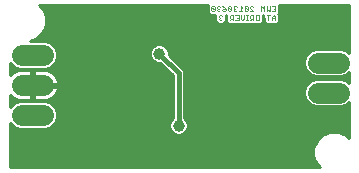
<source format=gbl>
G75*
G70*
%OFA0B0*%
%FSLAX24Y24*%
%IPPOS*%
%LPD*%
%AMOC8*
5,1,8,0,0,1.08239X$1,22.5*
%
%ADD10C,0.0040*%
%ADD11C,0.0709*%
%ADD12C,0.0050*%
%ADD13C,0.0100*%
%ADD14C,0.0396*%
%ADD15C,0.0160*%
D10*
X010349Y009468D02*
X010323Y009495D01*
X010323Y009522D01*
X010349Y009548D01*
X010376Y009548D01*
X010349Y009548D02*
X010323Y009575D01*
X010323Y009602D01*
X010349Y009628D01*
X010403Y009628D01*
X010429Y009602D01*
X010429Y009495D02*
X010403Y009468D01*
X010349Y009468D01*
X010691Y009468D02*
X010744Y009522D01*
X010718Y009522D02*
X010798Y009522D01*
X010798Y009468D02*
X010798Y009628D01*
X010718Y009628D01*
X010691Y009602D01*
X010691Y009548D01*
X010718Y009522D01*
X010875Y009468D02*
X010982Y009468D01*
X010982Y009628D01*
X010875Y009628D01*
X010928Y009548D02*
X010982Y009548D01*
X011059Y009522D02*
X011059Y009628D01*
X011059Y009522D02*
X011113Y009468D01*
X011166Y009522D01*
X011166Y009628D01*
X011235Y009628D02*
X011289Y009628D01*
X011262Y009628D02*
X011262Y009468D01*
X011289Y009468D02*
X011235Y009468D01*
X011366Y009468D02*
X011420Y009522D01*
X011393Y009522D02*
X011473Y009522D01*
X011473Y009468D02*
X011473Y009628D01*
X011393Y009628D01*
X011366Y009602D01*
X011366Y009548D01*
X011393Y009522D01*
X011550Y009495D02*
X011550Y009602D01*
X011577Y009628D01*
X011657Y009628D01*
X011657Y009468D01*
X011577Y009468D01*
X011550Y009495D01*
X011473Y009768D02*
X011366Y009768D01*
X011289Y009795D02*
X011182Y009902D01*
X011182Y009795D01*
X011209Y009768D01*
X011262Y009768D01*
X011289Y009795D01*
X011289Y009902D01*
X011262Y009928D01*
X011209Y009928D01*
X011182Y009902D01*
X011105Y009875D02*
X011051Y009928D01*
X011051Y009768D01*
X010998Y009768D02*
X011105Y009768D01*
X010920Y009795D02*
X010894Y009768D01*
X010840Y009768D01*
X010814Y009795D01*
X010814Y009822D01*
X010840Y009848D01*
X010867Y009848D01*
X010840Y009848D02*
X010814Y009875D01*
X010814Y009902D01*
X010840Y009928D01*
X010894Y009928D01*
X010920Y009902D01*
X010736Y009902D02*
X010736Y009795D01*
X010629Y009902D01*
X010629Y009795D01*
X010656Y009768D01*
X010710Y009768D01*
X010736Y009795D01*
X010736Y009902D02*
X010710Y009928D01*
X010656Y009928D01*
X010629Y009902D01*
X010552Y009848D02*
X010472Y009848D01*
X010445Y009822D01*
X010445Y009795D01*
X010472Y009768D01*
X010525Y009768D01*
X010552Y009795D01*
X010552Y009848D01*
X010499Y009902D01*
X010445Y009928D01*
X010368Y009902D02*
X010341Y009928D01*
X010288Y009928D01*
X010261Y009902D01*
X010261Y009875D01*
X010288Y009848D01*
X010261Y009822D01*
X010261Y009795D01*
X010288Y009768D01*
X010341Y009768D01*
X010368Y009795D01*
X010315Y009848D02*
X010288Y009848D01*
X010184Y009795D02*
X010077Y009902D01*
X010077Y009795D01*
X010104Y009768D01*
X010157Y009768D01*
X010184Y009795D01*
X010184Y009902D01*
X010157Y009928D01*
X010104Y009928D01*
X010077Y009902D01*
X011366Y009902D02*
X011393Y009928D01*
X011446Y009928D01*
X011473Y009902D01*
X011366Y009902D02*
X011366Y009875D01*
X011473Y009768D01*
X011734Y009768D02*
X011734Y009928D01*
X011788Y009875D01*
X011841Y009928D01*
X011841Y009768D01*
X011919Y009768D02*
X011919Y009928D01*
X012025Y009928D02*
X012025Y009768D01*
X011972Y009822D01*
X011919Y009768D01*
X012103Y009768D02*
X012210Y009768D01*
X012210Y009928D01*
X012103Y009928D01*
X012156Y009848D02*
X012210Y009848D01*
X012156Y009628D02*
X012103Y009575D01*
X012103Y009468D01*
X012103Y009548D02*
X012210Y009548D01*
X012210Y009575D02*
X012156Y009628D01*
X012210Y009575D02*
X012210Y009468D01*
X011972Y009468D02*
X011972Y009628D01*
X012025Y009628D02*
X011919Y009628D01*
D11*
X013625Y008058D02*
X014334Y008058D01*
X014334Y007058D02*
X013625Y007058D01*
X004464Y007308D02*
X003755Y007308D01*
X003755Y006308D02*
X004464Y006308D01*
X004464Y008308D02*
X003755Y008308D01*
D12*
X004965Y009348D02*
X004967Y009370D01*
X004973Y009391D01*
X004982Y009410D01*
X004994Y009428D01*
X005010Y009444D01*
X005027Y009456D01*
X005047Y009465D01*
X005068Y009471D01*
X005090Y009473D01*
X005112Y009471D01*
X005133Y009465D01*
X005152Y009456D01*
X005170Y009444D01*
X005186Y009428D01*
X005198Y009410D01*
X005207Y009391D01*
X005213Y009370D01*
X005215Y009348D01*
X005213Y009326D01*
X005207Y009305D01*
X005198Y009286D01*
X005186Y009268D01*
X005170Y009252D01*
X005153Y009240D01*
X005133Y009231D01*
X005112Y009225D01*
X005090Y009223D01*
X005068Y009225D01*
X005047Y009231D01*
X005027Y009240D01*
X005010Y009252D01*
X004994Y009268D01*
X004982Y009285D01*
X004973Y009305D01*
X004967Y009326D01*
X004965Y009348D01*
X006775Y009248D02*
X006777Y009270D01*
X006783Y009291D01*
X006792Y009310D01*
X006804Y009328D01*
X006820Y009344D01*
X006837Y009356D01*
X006857Y009365D01*
X006878Y009371D01*
X006900Y009373D01*
X006922Y009371D01*
X006943Y009365D01*
X006962Y009356D01*
X006980Y009344D01*
X006996Y009328D01*
X007008Y009310D01*
X007017Y009291D01*
X007023Y009270D01*
X007025Y009248D01*
X007023Y009226D01*
X007017Y009205D01*
X007008Y009186D01*
X006996Y009168D01*
X006980Y009152D01*
X006963Y009140D01*
X006943Y009131D01*
X006922Y009125D01*
X006900Y009123D01*
X006878Y009125D01*
X006857Y009131D01*
X006837Y009140D01*
X006820Y009152D01*
X006804Y009168D01*
X006792Y009185D01*
X006783Y009205D01*
X006777Y009226D01*
X006775Y009248D01*
X007075Y007218D02*
X007077Y007240D01*
X007083Y007261D01*
X007092Y007280D01*
X007104Y007298D01*
X007120Y007314D01*
X007137Y007326D01*
X007157Y007335D01*
X007178Y007341D01*
X007200Y007343D01*
X007222Y007341D01*
X007243Y007335D01*
X007262Y007326D01*
X007280Y007314D01*
X007296Y007298D01*
X007308Y007280D01*
X007317Y007261D01*
X007323Y007240D01*
X007325Y007218D01*
X007323Y007196D01*
X007317Y007175D01*
X007308Y007156D01*
X007296Y007138D01*
X007280Y007122D01*
X007263Y007110D01*
X007243Y007101D01*
X007222Y007095D01*
X007200Y007093D01*
X007178Y007095D01*
X007157Y007101D01*
X007137Y007110D01*
X007120Y007122D01*
X007104Y007138D01*
X007092Y007155D01*
X007083Y007175D01*
X007077Y007196D01*
X007075Y007218D01*
X006195Y006668D02*
X006197Y006690D01*
X006203Y006711D01*
X006212Y006730D01*
X006224Y006748D01*
X006240Y006764D01*
X006257Y006776D01*
X006277Y006785D01*
X006298Y006791D01*
X006320Y006793D01*
X006342Y006791D01*
X006363Y006785D01*
X006382Y006776D01*
X006400Y006764D01*
X006416Y006748D01*
X006428Y006730D01*
X006437Y006711D01*
X006443Y006690D01*
X006445Y006668D01*
X006443Y006646D01*
X006437Y006625D01*
X006428Y006606D01*
X006416Y006588D01*
X006400Y006572D01*
X006383Y006560D01*
X006363Y006551D01*
X006342Y006545D01*
X006320Y006543D01*
X006298Y006545D01*
X006277Y006551D01*
X006257Y006560D01*
X006240Y006572D01*
X006224Y006588D01*
X006212Y006605D01*
X006203Y006625D01*
X006197Y006646D01*
X006195Y006668D01*
X008325Y006328D02*
X008327Y006350D01*
X008333Y006371D01*
X008342Y006390D01*
X008354Y006408D01*
X008370Y006424D01*
X008387Y006436D01*
X008407Y006445D01*
X008428Y006451D01*
X008450Y006453D01*
X008472Y006451D01*
X008493Y006445D01*
X008512Y006436D01*
X008530Y006424D01*
X008546Y006408D01*
X008558Y006390D01*
X008567Y006371D01*
X008573Y006350D01*
X008575Y006328D01*
X008573Y006306D01*
X008567Y006285D01*
X008558Y006266D01*
X008546Y006248D01*
X008530Y006232D01*
X008513Y006220D01*
X008493Y006211D01*
X008472Y006205D01*
X008450Y006203D01*
X008428Y006205D01*
X008407Y006211D01*
X008387Y006220D01*
X008370Y006232D01*
X008354Y006248D01*
X008342Y006265D01*
X008333Y006285D01*
X008327Y006306D01*
X008325Y006328D01*
X008315Y005698D02*
X008317Y005720D01*
X008323Y005741D01*
X008332Y005760D01*
X008344Y005778D01*
X008360Y005794D01*
X008377Y005806D01*
X008397Y005815D01*
X008418Y005821D01*
X008440Y005823D01*
X008462Y005821D01*
X008483Y005815D01*
X008502Y005806D01*
X008520Y005794D01*
X008536Y005778D01*
X008548Y005760D01*
X008557Y005741D01*
X008563Y005720D01*
X008565Y005698D01*
X008563Y005676D01*
X008557Y005655D01*
X008548Y005636D01*
X008536Y005618D01*
X008520Y005602D01*
X008503Y005590D01*
X008483Y005581D01*
X008462Y005575D01*
X008440Y005573D01*
X008418Y005575D01*
X008397Y005581D01*
X008377Y005590D01*
X008360Y005602D01*
X008344Y005618D01*
X008332Y005635D01*
X008323Y005655D01*
X008317Y005676D01*
X008315Y005698D01*
X011025Y006938D02*
X011027Y006960D01*
X011033Y006981D01*
X011042Y007000D01*
X011054Y007018D01*
X011070Y007034D01*
X011087Y007046D01*
X011107Y007055D01*
X011128Y007061D01*
X011150Y007063D01*
X011172Y007061D01*
X011193Y007055D01*
X011212Y007046D01*
X011230Y007034D01*
X011246Y007018D01*
X011258Y007000D01*
X011267Y006981D01*
X011273Y006960D01*
X011275Y006938D01*
X011273Y006916D01*
X011267Y006895D01*
X011258Y006876D01*
X011246Y006858D01*
X011230Y006842D01*
X011213Y006830D01*
X011193Y006821D01*
X011172Y006815D01*
X011150Y006813D01*
X011128Y006815D01*
X011107Y006821D01*
X011087Y006830D01*
X011070Y006842D01*
X011054Y006858D01*
X011042Y006875D01*
X011033Y006895D01*
X011027Y006916D01*
X011025Y006938D01*
X011665Y006008D02*
X011667Y006030D01*
X011673Y006051D01*
X011682Y006070D01*
X011694Y006088D01*
X011710Y006104D01*
X011727Y006116D01*
X011747Y006125D01*
X011768Y006131D01*
X011790Y006133D01*
X011812Y006131D01*
X011833Y006125D01*
X011852Y006116D01*
X011870Y006104D01*
X011886Y006088D01*
X011898Y006070D01*
X011907Y006051D01*
X011913Y006030D01*
X011915Y006008D01*
X011913Y005986D01*
X011907Y005965D01*
X011898Y005946D01*
X011886Y005928D01*
X011870Y005912D01*
X011853Y005900D01*
X011833Y005891D01*
X011812Y005885D01*
X011790Y005883D01*
X011768Y005885D01*
X011747Y005891D01*
X011727Y005900D01*
X011710Y005912D01*
X011694Y005928D01*
X011682Y005945D01*
X011673Y005965D01*
X011667Y005986D01*
X011665Y006008D01*
D13*
X003365Y006042D02*
X003365Y004563D01*
X013682Y004563D01*
X013580Y004665D01*
X013475Y004920D01*
X013475Y005197D01*
X013580Y005452D01*
X013776Y005647D01*
X014031Y005753D01*
X014308Y005753D01*
X014563Y005647D01*
X014666Y005545D01*
X014666Y006733D01*
X014597Y006665D01*
X014426Y006594D01*
X013533Y006594D01*
X013362Y006665D01*
X013232Y006795D01*
X013161Y006966D01*
X013161Y007151D01*
X013232Y007321D01*
X013362Y007452D01*
X013533Y007523D01*
X014426Y007523D01*
X014597Y007452D01*
X014666Y007383D01*
X014666Y007733D01*
X014597Y007665D01*
X014426Y007594D01*
X013533Y007594D01*
X013362Y007665D01*
X013232Y007795D01*
X013161Y007966D01*
X013161Y008151D01*
X013232Y008321D01*
X013362Y008452D01*
X013533Y008523D01*
X014426Y008523D01*
X014597Y008452D01*
X014666Y008383D01*
X014666Y009959D01*
X012340Y009959D01*
X012340Y009714D01*
X012297Y009672D01*
X012340Y009629D01*
X012340Y009577D01*
X012340Y009414D01*
X012263Y009338D01*
X012049Y009338D01*
X012037Y009350D01*
X012026Y009338D01*
X011918Y009338D01*
X011842Y009414D01*
X011842Y009521D01*
X011789Y009575D01*
X011789Y009638D01*
X011787Y009638D01*
X011787Y009414D01*
X011711Y009338D01*
X011182Y009338D01*
X011174Y009346D01*
X011166Y009338D01*
X011059Y009338D01*
X011047Y009350D01*
X011036Y009338D01*
X010637Y009338D01*
X010561Y009414D01*
X010561Y009638D01*
X010559Y009638D01*
X010559Y009441D01*
X010456Y009338D01*
X010295Y009338D01*
X010219Y009414D01*
X010193Y009441D01*
X010193Y009638D01*
X010050Y009638D01*
X009974Y009714D01*
X009947Y009741D01*
X009947Y009956D01*
X009950Y009959D01*
X004342Y009959D01*
X004449Y009852D01*
X004555Y009597D01*
X004555Y009320D01*
X004449Y009065D01*
X004253Y008869D01*
X004020Y008773D01*
X004556Y008773D01*
X004727Y008702D01*
X004857Y008571D01*
X004928Y008401D01*
X004928Y008216D01*
X004857Y008045D01*
X004727Y007915D01*
X004556Y007844D01*
X003663Y007844D01*
X003492Y007915D01*
X003365Y008042D01*
X003365Y007629D01*
X003371Y007637D01*
X003427Y007693D01*
X003491Y007740D01*
X003562Y007776D01*
X003637Y007800D01*
X003715Y007813D01*
X004060Y007813D01*
X004060Y007358D01*
X004160Y007358D01*
X004967Y007358D01*
X004956Y007426D01*
X004931Y007502D01*
X004895Y007573D01*
X004849Y007637D01*
X004792Y007693D01*
X004728Y007740D01*
X004657Y007776D01*
X004582Y007800D01*
X004504Y007813D01*
X004160Y007813D01*
X004160Y007358D01*
X004160Y007258D01*
X004967Y007258D01*
X004956Y007190D01*
X004931Y007115D01*
X004895Y007044D01*
X004849Y006980D01*
X004792Y006924D01*
X004728Y006877D01*
X004657Y006841D01*
X004582Y006816D01*
X004504Y006804D01*
X004160Y006804D01*
X004160Y007258D01*
X004060Y007258D01*
X004060Y006804D01*
X003715Y006804D01*
X003637Y006816D01*
X003562Y006841D01*
X003491Y006877D01*
X003427Y006924D01*
X003371Y006980D01*
X003365Y006988D01*
X003365Y006574D01*
X003492Y006702D01*
X003663Y006773D01*
X004556Y006773D01*
X004727Y006702D01*
X004857Y006571D01*
X004928Y006401D01*
X004928Y006216D01*
X004857Y006045D01*
X004727Y005915D01*
X004556Y005844D01*
X003663Y005844D01*
X003492Y005915D01*
X003365Y006042D01*
X003365Y005983D02*
X003424Y005983D01*
X003365Y005884D02*
X003565Y005884D01*
X003365Y005786D02*
X008717Y005786D01*
X008718Y005784D02*
X008805Y005697D01*
X008918Y005650D01*
X009041Y005650D01*
X009154Y005697D01*
X009241Y005784D01*
X009288Y005897D01*
X009288Y006020D01*
X009241Y006133D01*
X009170Y006204D01*
X009170Y007797D01*
X008648Y008319D01*
X008648Y008420D01*
X008601Y008533D01*
X008514Y008619D01*
X008401Y008666D01*
X008278Y008666D01*
X008165Y008619D01*
X008078Y008533D01*
X008031Y008420D01*
X008031Y008297D01*
X008078Y008184D01*
X008165Y008097D01*
X008278Y008050D01*
X008379Y008050D01*
X008790Y007640D01*
X008790Y006204D01*
X008718Y006133D01*
X008671Y006020D01*
X008671Y005897D01*
X008718Y005784D01*
X008677Y005884D02*
X004654Y005884D01*
X004795Y005983D02*
X008671Y005983D01*
X008697Y006081D02*
X004872Y006081D01*
X004913Y006180D02*
X008765Y006180D01*
X008790Y006278D02*
X004928Y006278D01*
X004928Y006377D02*
X008790Y006377D01*
X008790Y006475D02*
X004897Y006475D01*
X004855Y006574D02*
X008790Y006574D01*
X008790Y006672D02*
X004756Y006672D01*
X004561Y006771D02*
X008790Y006771D01*
X008790Y006869D02*
X004713Y006869D01*
X004837Y006968D02*
X008790Y006968D01*
X008790Y007066D02*
X004907Y007066D01*
X004948Y007165D02*
X008790Y007165D01*
X008790Y007263D02*
X004160Y007263D01*
X004160Y007165D02*
X004060Y007165D01*
X004060Y007066D02*
X004160Y007066D01*
X004160Y006968D02*
X004060Y006968D01*
X004060Y006869D02*
X004160Y006869D01*
X003658Y006771D02*
X003365Y006771D01*
X003365Y006869D02*
X003506Y006869D01*
X003382Y006968D02*
X003365Y006968D01*
X003365Y006672D02*
X003463Y006672D01*
X004060Y007362D02*
X004160Y007362D01*
X004160Y007460D02*
X004060Y007460D01*
X004060Y007559D02*
X004160Y007559D01*
X004160Y007657D02*
X004060Y007657D01*
X004060Y007756D02*
X004160Y007756D01*
X004581Y007854D02*
X008575Y007854D01*
X008673Y007756D02*
X004696Y007756D01*
X004828Y007657D02*
X008772Y007657D01*
X008790Y007559D02*
X004902Y007559D01*
X004945Y007460D02*
X008790Y007460D01*
X008790Y007362D02*
X004966Y007362D01*
X004765Y007953D02*
X008476Y007953D01*
X008276Y008051D02*
X004860Y008051D01*
X004901Y008150D02*
X008112Y008150D01*
X008052Y008248D02*
X004928Y008248D01*
X004928Y008347D02*
X008031Y008347D01*
X008042Y008445D02*
X004910Y008445D01*
X004869Y008544D02*
X008089Y008544D01*
X008220Y008642D02*
X004786Y008642D01*
X004633Y008741D02*
X014666Y008741D01*
X014666Y008839D02*
X004181Y008839D01*
X004322Y008938D02*
X014666Y008938D01*
X014666Y009036D02*
X004420Y009036D01*
X004478Y009135D02*
X014666Y009135D01*
X014666Y009233D02*
X004519Y009233D01*
X004555Y009332D02*
X014666Y009332D01*
X014666Y009430D02*
X012340Y009430D01*
X012340Y009529D02*
X014666Y009529D01*
X014666Y009627D02*
X012340Y009627D01*
X012340Y009726D02*
X014666Y009726D01*
X014666Y009824D02*
X012340Y009824D01*
X012340Y009923D02*
X014666Y009923D01*
X014666Y008642D02*
X008459Y008642D01*
X008590Y008544D02*
X014666Y008544D01*
X014666Y008445D02*
X014603Y008445D01*
X014579Y007657D02*
X014666Y007657D01*
X014666Y007559D02*
X009170Y007559D01*
X009170Y007657D02*
X013380Y007657D01*
X013271Y007756D02*
X009170Y007756D01*
X009112Y007854D02*
X013207Y007854D01*
X013166Y007953D02*
X009014Y007953D01*
X008915Y008051D02*
X013161Y008051D01*
X013161Y008150D02*
X008817Y008150D01*
X008718Y008248D02*
X013201Y008248D01*
X013257Y008347D02*
X008648Y008347D01*
X008637Y008445D02*
X013356Y008445D01*
X013382Y007460D02*
X009170Y007460D01*
X009170Y007362D02*
X013272Y007362D01*
X013208Y007263D02*
X009170Y007263D01*
X009170Y007165D02*
X013167Y007165D01*
X013161Y007066D02*
X009170Y007066D01*
X009170Y006968D02*
X013161Y006968D01*
X013201Y006869D02*
X009170Y006869D01*
X009170Y006771D02*
X013256Y006771D01*
X013355Y006672D02*
X009170Y006672D01*
X009170Y006574D02*
X014666Y006574D01*
X014666Y006672D02*
X014605Y006672D01*
X014666Y006475D02*
X009170Y006475D01*
X009170Y006377D02*
X014666Y006377D01*
X014666Y006278D02*
X009170Y006278D01*
X009194Y006180D02*
X014666Y006180D01*
X014666Y006081D02*
X009262Y006081D01*
X009288Y005983D02*
X014666Y005983D01*
X014666Y005884D02*
X009282Y005884D01*
X009242Y005786D02*
X014666Y005786D01*
X014666Y005687D02*
X014467Y005687D01*
X014622Y005589D02*
X014666Y005589D01*
X013872Y005687D02*
X009130Y005687D01*
X008829Y005687D02*
X003365Y005687D01*
X003365Y005589D02*
X013717Y005589D01*
X013619Y005490D02*
X003365Y005490D01*
X003365Y005392D02*
X013555Y005392D01*
X013515Y005293D02*
X003365Y005293D01*
X003365Y005195D02*
X013475Y005195D01*
X013475Y005096D02*
X003365Y005096D01*
X003365Y004998D02*
X013475Y004998D01*
X013483Y004899D02*
X003365Y004899D01*
X003365Y004801D02*
X013524Y004801D01*
X013565Y004702D02*
X003365Y004702D01*
X003365Y004604D02*
X013641Y004604D01*
X014577Y007460D02*
X014666Y007460D01*
X011842Y009430D02*
X011787Y009430D01*
X011787Y009529D02*
X011834Y009529D01*
X011789Y009627D02*
X011787Y009627D01*
X010561Y009627D02*
X010559Y009627D01*
X010559Y009529D02*
X010561Y009529D01*
X010548Y009430D02*
X010561Y009430D01*
X010203Y009430D02*
X004555Y009430D01*
X004555Y009529D02*
X010193Y009529D01*
X010193Y009627D02*
X004542Y009627D01*
X004501Y009726D02*
X009962Y009726D01*
X009947Y009824D02*
X004460Y009824D01*
X004378Y009923D02*
X009947Y009923D01*
X003638Y007854D02*
X003365Y007854D01*
X003365Y007756D02*
X003523Y007756D01*
X003391Y007657D02*
X003365Y007657D01*
X003365Y007953D02*
X003454Y007953D01*
D14*
X004680Y005458D03*
X008980Y005958D03*
X010040Y008028D03*
X008340Y008358D03*
X012000Y008818D03*
X012300Y006478D03*
D15*
X008980Y005958D02*
X008980Y007718D01*
X008340Y008358D01*
M02*

</source>
